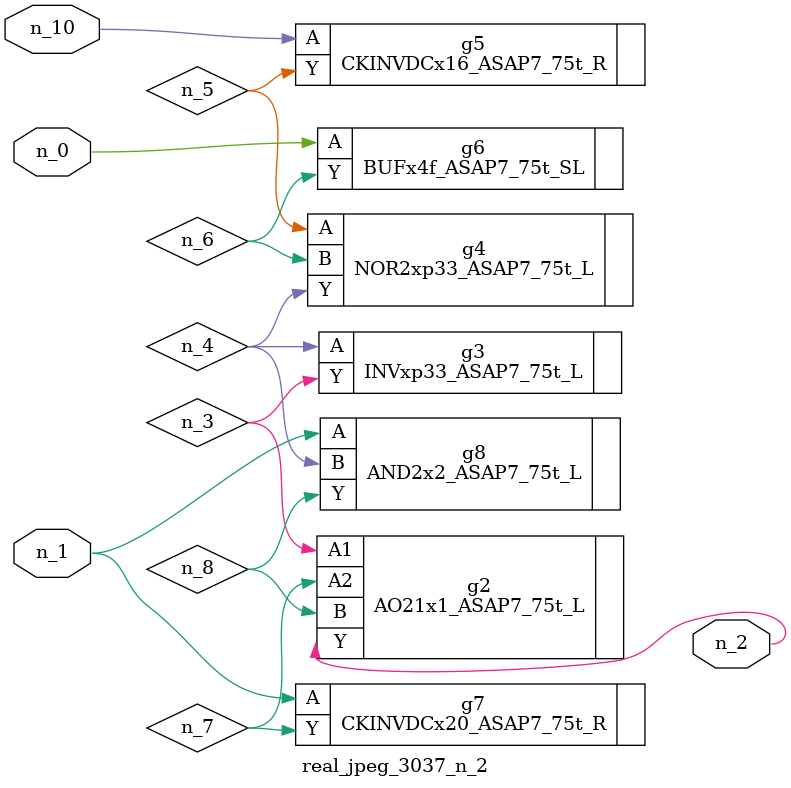
<source format=v>
module real_jpeg_3037_n_2 (n_1, n_10, n_0, n_2);

input n_1;
input n_10;
input n_0;

output n_2;

wire n_5;
wire n_4;
wire n_8;
wire n_6;
wire n_7;
wire n_3;

BUFx4f_ASAP7_75t_SL g6 ( 
.A(n_0),
.Y(n_6)
);

CKINVDCx20_ASAP7_75t_R g7 ( 
.A(n_1),
.Y(n_7)
);

AND2x2_ASAP7_75t_L g8 ( 
.A(n_1),
.B(n_4),
.Y(n_8)
);

AO21x1_ASAP7_75t_L g2 ( 
.A1(n_3),
.A2(n_7),
.B(n_8),
.Y(n_2)
);

INVxp33_ASAP7_75t_L g3 ( 
.A(n_4),
.Y(n_3)
);

NOR2xp33_ASAP7_75t_L g4 ( 
.A(n_5),
.B(n_6),
.Y(n_4)
);

CKINVDCx16_ASAP7_75t_R g5 ( 
.A(n_10),
.Y(n_5)
);


endmodule
</source>
